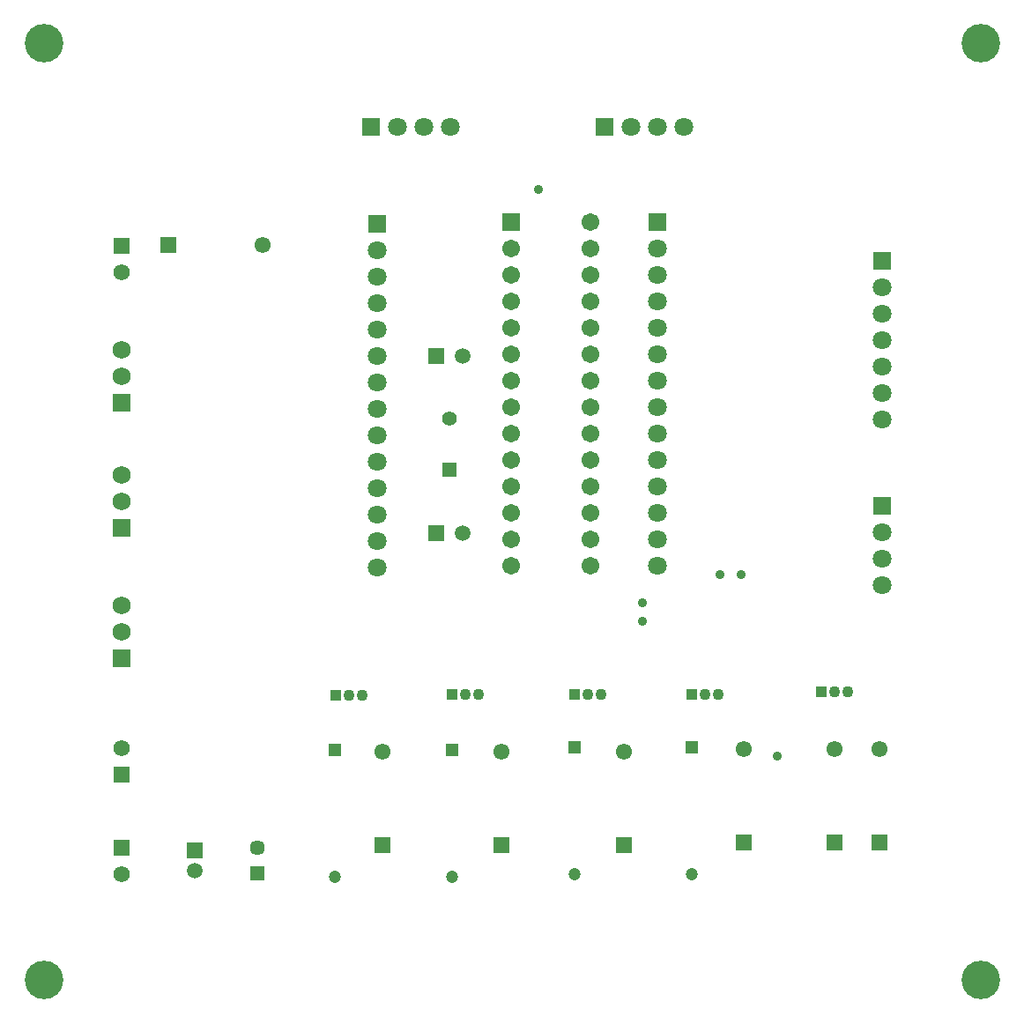
<source format=gbr>
%FSTAX23Y23*%
%MOIN*%
%SFA1B1*%

%IPPOS*%
%ADD11R,0.047244X0.047244*%
%ADD12C,0.047244*%
%ADD22R,0.061811X0.061811*%
%ADD23C,0.061811*%
%ADD40C,0.043433*%
%ADD41C,0.070992*%
%ADD42R,0.070992X0.070992*%
%ADD43C,0.059181*%
%ADD44R,0.059181X0.059181*%
%ADD45C,0.055244*%
%ADD46R,0.055244X0.055244*%
%ADD47R,0.067055X0.067055*%
%ADD48C,0.067055*%
%ADD49C,0.061149*%
%ADD50R,0.061149X0.061149*%
%ADD51C,0.069023*%
%ADD52R,0.069023X0.069023*%
%ADD53R,0.061149X0.061149*%
%ADD54R,0.043433X0.043433*%
%ADD55R,0.070992X0.070992*%
%ADD56R,0.059181X0.059181*%
%ADD57C,0.057212*%
%ADD58R,0.057212X0.057212*%
%ADD59C,0.035559*%
%ADD60C,0.145795*%
%LNlamp_soldermask_top-1*%
%LPD*%
G54D11*
X02647Y01076D03*
X01299Y01066D03*
X01742D03*
X02204Y01076D03*
G54D12*
X02647Y00596D03*
X01299Y00587D03*
X01742D03*
X02204Y00596D03*
G54D22*
X00492Y02974D03*
Y00973D03*
Y00699D03*
G54D23*
X00492Y02874D03*
Y01073D03*
Y00599D03*
G54D40*
X03238Y01289D03*
X03188D03*
X0135Y01275D03*
X014D03*
X01791Y01279D03*
X01841D03*
X02696D03*
X02746D03*
X02253D03*
X02303D03*
G54D41*
X03366Y02319D03*
Y02419D03*
Y02619D03*
Y02819D03*
Y02719D03*
Y02519D03*
Y01891D03*
Y01791D03*
Y01691D03*
X01733Y03425D03*
X01633D03*
X01533D03*
X02519Y01965D03*
Y02065D03*
Y02165D03*
Y02365D03*
Y02465D03*
Y02665D03*
Y02865D03*
Y02965D03*
Y02765D03*
Y02565D03*
Y02265D03*
Y01865D03*
Y01765D03*
X01456Y01957D03*
Y02057D03*
Y02157D03*
Y02357D03*
Y02457D03*
Y02657D03*
Y02857D03*
Y02957D03*
Y02757D03*
Y02557D03*
Y02257D03*
Y01857D03*
Y01757D03*
X02619Y03425D03*
X02519D03*
X02419D03*
G54D42*
X03366Y02919D03*
Y01991D03*
X02519Y03065D03*
X01456Y03057D03*
G54D43*
X01782Y01889D03*
Y02559D03*
X00767Y0061D03*
G54D44*
X01682Y01889D03*
Y02559D03*
G54D45*
X01732Y0232D03*
G54D46*
X01732Y02128D03*
G54D47*
X01963Y03065D03*
G54D48*
X01963Y02965D03*
Y02865D03*
Y02765D03*
Y02665D03*
Y02565D03*
Y02465D03*
Y02365D03*
Y02265D03*
Y02165D03*
Y02065D03*
Y01965D03*
Y01865D03*
Y01765D03*
X02263Y03065D03*
Y02965D03*
Y02865D03*
Y02765D03*
Y02665D03*
Y02565D03*
Y02465D03*
Y02365D03*
Y02265D03*
Y02165D03*
Y02065D03*
Y01965D03*
Y01865D03*
Y01765D03*
G54D49*
X01023Y02976D03*
X03188Y01072D03*
X03356D03*
X01476Y01062D03*
X01929D03*
X02844Y01072D03*
X02391Y01062D03*
G54D50*
X00669Y02976D03*
G54D51*
X00492Y0258D03*
Y0248D03*
Y02109D03*
Y02009D03*
Y01615D03*
Y01515D03*
G54D52*
X00492Y0238D03*
Y01909D03*
Y01415D03*
G54D53*
X03188Y00718D03*
X03356D03*
X01476Y00708D03*
X01929D03*
X02844Y00718D03*
X02391Y00708D03*
G54D54*
X013Y01275D03*
X03138Y01289D03*
X01741Y01279D03*
X02646D03*
X02203D03*
G54D55*
X01433Y03425D03*
X02319D03*
G54D56*
X00767Y00688D03*
G54D57*
X01003Y00698D03*
G54D58*
X01003Y006D03*
G54D59*
X0246Y01555D03*
Y01624D03*
X02066Y03188D03*
X02972Y01043D03*
X02834Y01732D03*
X02755D03*
G54D60*
X00196Y0374D03*
Y00196D03*
X0374D03*
Y0374D03*
M02*
</source>
